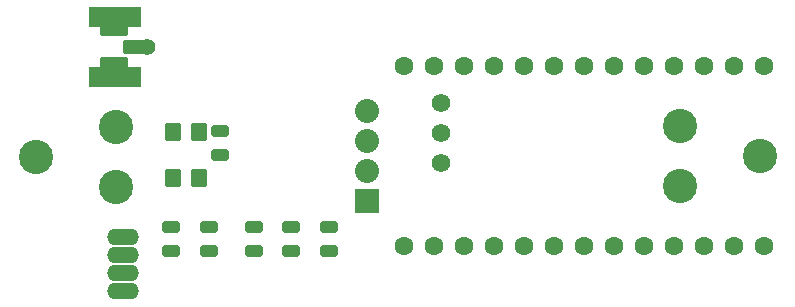
<source format=gbr>
%TF.GenerationSoftware,KiCad,Pcbnew,8.0.5*%
%TF.CreationDate,2024-11-27T13:11:35-06:00*%
%TF.ProjectId,Mini-Lora,4d696e69-2d4c-46f7-9261-2e6b69636164,rev?*%
%TF.SameCoordinates,Original*%
%TF.FileFunction,Soldermask,Top*%
%TF.FilePolarity,Negative*%
%FSLAX46Y46*%
G04 Gerber Fmt 4.6, Leading zero omitted, Abs format (unit mm)*
G04 Created by KiCad (PCBNEW 8.0.5) date 2024-11-27 13:11:35*
%MOMM*%
%LPD*%
G01*
G04 APERTURE LIST*
G04 Aperture macros list*
%AMRoundRect*
0 Rectangle with rounded corners*
0 $1 Rounding radius*
0 $2 $3 $4 $5 $6 $7 $8 $9 X,Y pos of 4 corners*
0 Add a 4 corners polygon primitive as box body*
4,1,4,$2,$3,$4,$5,$6,$7,$8,$9,$2,$3,0*
0 Add four circle primitives for the rounded corners*
1,1,$1+$1,$2,$3*
1,1,$1+$1,$4,$5*
1,1,$1+$1,$6,$7*
1,1,$1+$1,$8,$9*
0 Add four rect primitives between the rounded corners*
20,1,$1+$1,$2,$3,$4,$5,0*
20,1,$1+$1,$4,$5,$6,$7,0*
20,1,$1+$1,$6,$7,$8,$9,0*
20,1,$1+$1,$8,$9,$2,$3,0*%
G04 Aperture macros list end*
%ADD10RoundRect,0.119050X-0.607150X0.357150X-0.607150X-0.357150X0.607150X-0.357150X0.607150X0.357150X0*%
%ADD11RoundRect,0.076200X0.575000X-0.650000X0.575000X0.650000X-0.575000X0.650000X-0.575000X-0.650000X0*%
%ADD12C,2.895600*%
%ADD13RoundRect,0.116840X-0.721360X-0.467360X0.721360X-0.467360X0.721360X0.467360X-0.721360X0.467360X0*%
%ADD14C,1.422400*%
%ADD15RoundRect,0.116840X-1.059360X-0.467360X1.059360X-0.467360X1.059360X0.467360X-1.059360X0.467360X0*%
%ADD16RoundRect,0.076200X2.159000X0.762000X-2.159000X0.762000X-2.159000X-0.762000X2.159000X-0.762000X0*%
%ADD17O,2.692400X1.422400*%
%ADD18RoundRect,0.076200X0.939800X-0.939800X0.939800X0.939800X-0.939800X0.939800X-0.939800X-0.939800X0*%
%ADD19C,2.032000*%
%ADD20C,1.600000*%
%ADD21C,1.574800*%
G04 APERTURE END LIST*
D10*
%TO.C,R5*%
X136450000Y-111000000D03*
X136450000Y-113000000D03*
%TD*%
D11*
%TO.C,BTN0*%
X129625000Y-106900000D03*
X129625000Y-103000000D03*
X131775000Y-106900000D03*
X131775000Y-103000000D03*
%TD*%
D10*
%TO.C,R4*%
X129450000Y-111000000D03*
X129450000Y-113000000D03*
%TD*%
%TO.C,R3*%
X133600000Y-102900000D03*
X133600000Y-104900000D03*
%TD*%
%TO.C,R1*%
X139600000Y-111000000D03*
X139600000Y-113000000D03*
%TD*%
D12*
%TO.C,BAT3*%
X124750000Y-107580000D03*
X124750000Y-102500000D03*
X118002000Y-105040000D03*
X179258000Y-105020000D03*
X172510000Y-107560000D03*
X172510000Y-102480000D03*
%TD*%
D13*
%TO.C,J$2*%
X126193250Y-95740000D03*
D14*
X127430500Y-95740000D03*
D15*
X124573000Y-97210250D03*
X124573000Y-94269750D03*
D16*
X124700000Y-93200000D03*
X124700000Y-98280000D03*
%TD*%
D17*
%TO.C,RGB0*%
X125381800Y-111876000D03*
X125350000Y-113400000D03*
X125381800Y-114924000D03*
X125350000Y-116448000D03*
%TD*%
D10*
%TO.C,R6*%
X132650000Y-111000000D03*
X132650000Y-113000000D03*
%TD*%
D18*
%TO.C,I2C0*%
X145987300Y-108826350D03*
D19*
X146000000Y-106280000D03*
X145987300Y-103740000D03*
X146000000Y-101200000D03*
%TD*%
D10*
%TO.C,R2*%
X142800000Y-111000000D03*
X142800000Y-113000000D03*
%TD*%
D20*
%TO.C,MOD1*%
X179650000Y-97400000D03*
X177110000Y-97400000D03*
X174570000Y-97400000D03*
X172030000Y-97400000D03*
X169490000Y-97400000D03*
X166950000Y-97400000D03*
X164410000Y-97400000D03*
X161870000Y-97400000D03*
X159330000Y-97400000D03*
X156790000Y-97400000D03*
X154250000Y-97400000D03*
X151710000Y-97400000D03*
X149170000Y-97400000D03*
X149170010Y-112640010D03*
X151710010Y-112640010D03*
X154250010Y-112640010D03*
X156790010Y-112640010D03*
X159330010Y-112640010D03*
X161870010Y-112640010D03*
X164410010Y-112640010D03*
X166950010Y-112640010D03*
X169490010Y-112640010D03*
X172030010Y-112640010D03*
X174570010Y-112640010D03*
X177110010Y-112640010D03*
X179650010Y-112640010D03*
D21*
X152264800Y-100480000D03*
X152264800Y-103020000D03*
X152264800Y-105560000D03*
%TD*%
M02*

</source>
